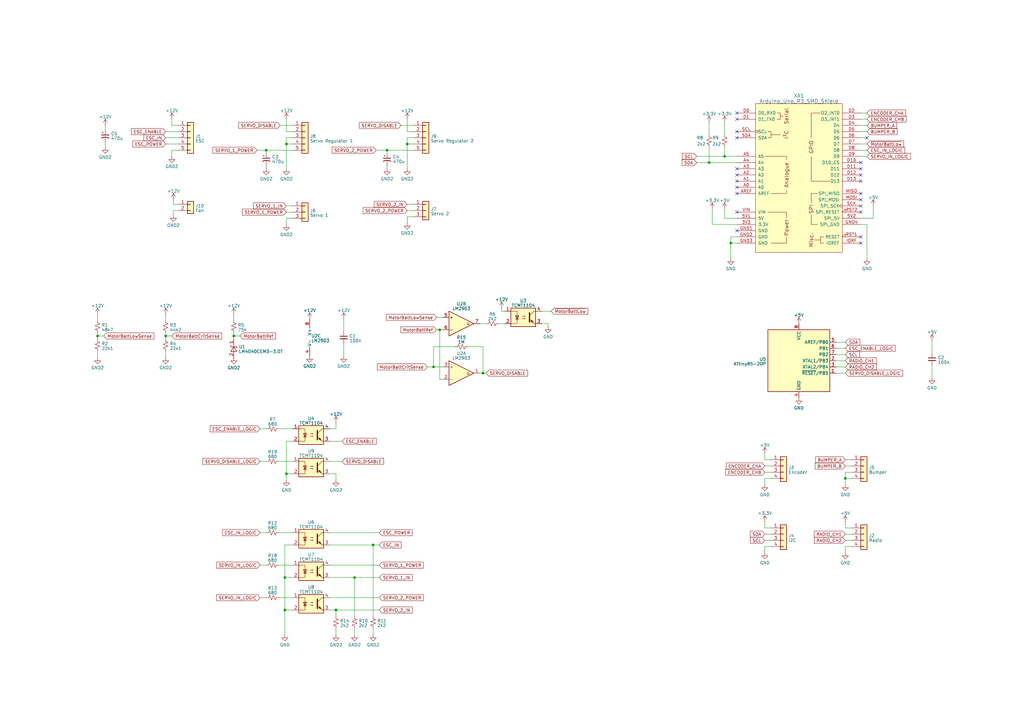
<source format=kicad_sch>
(kicad_sch (version 20230121) (generator eeschema)
  (paper "A3")
  (lib_symbols
    (symbol "Comparator:LM2903" (pin_names (offset 0.127))
      (property "Reference" "U" (at 3.81 3.81 0))
      (property "Value" "LM2903" (at 6.35 -3.81 0))
      (symbol "LM2903_1_1"
        (pin open_collector line (at 7.62 0 180) (length 2.54) (name "~") (number "1"))
        (pin input line (at -7.62 -2.54 0) (length 2.54) (name "-") (number "2"))
        (pin input line (at -7.62 2.54 0) (length 2.54) (name "+") (number "3"))
      )
      (symbol "LM2903_2_1"
        (pin input line (at -7.62 2.54 0) (length 2.54) (name "+") (number "5"))
        (pin input line (at -7.62 -2.54 0) (length 2.54) (name "-") (number "6"))
        (pin open_collector line (at 7.62 0 180) (length 2.54) (name "~") (number "7"))
      )
      (symbol "LM2903_3_1"
        (pin power_in line (at -2.54 -7.62 90) (length 3.81) (name "V-") (number "4"))
        (pin power_in line (at -2.54 7.62 270) (length 3.81) (name "V+") (number "8"))
      )
    )
    (symbol "Connector_Generic:Conn_01x02" (pin_names (offset 1.016) hide)
      (property "Reference" "J" (at 0 2.54 0))
      (property "Value" "Conn_01x02" (at 0 -5.08 0))
      (symbol "Conn_01x02_1_1"
        (pin passive line (at -5.08 0 0) (length 3.81) (name "Pin_1") (number "1"))
        (pin passive line (at -5.08 -2.54 0) (length 3.81) (name "Pin_2") (number "2"))
      )
    )
    (symbol "Connector_Generic:Conn_01x03" (pin_names (offset 1.016) hide)
      (property "Reference" "J" (at 0 5.08 0))
      (property "Value" "Conn_01x03" (at 0 -5.08 0))
      (symbol "Conn_01x03_1_1"
        (pin passive line (at -5.08 2.54 0) (length 3.81) (name "Pin_1") (number "1"))
        (pin passive line (at -5.08 0 0) (length 3.81) (name "Pin_2") (number "2"))
        (pin passive line (at -5.08 -2.54 0) (length 3.81) (name "Pin_3") (number "3"))
      )
    )
    (symbol "Connector_Generic:Conn_01x04" (pin_names (offset 1.016) hide)
      (property "Reference" "J" (at 0 5.08 0))
      (property "Value" "Conn_01x04" (at 0 -7.62 0))
      (symbol "Conn_01x04_1_1"
        (pin passive line (at -5.08 2.54 0) (length 3.81) (name "Pin_1") (number "1"))
        (pin passive line (at -5.08 0 0) (length 3.81) (name "Pin_2") (number "2"))
        (pin passive line (at -5.08 -2.54 0) (length 3.81) (name "Pin_3") (number "3"))
        (pin passive line (at -5.08 -5.08 0) (length 3.81) (name "Pin_4") (number "4"))
      )
    )
    (symbol "Connector_Generic:Conn_01x05" (pin_names (offset 1.016) hide)
      (property "Reference" "J" (at 0 7.62 0))
      (property "Value" "Conn_01x05" (at 0 -7.62 0))
      (symbol "Conn_01x05_1_1"
        (pin passive line (at -5.08 5.08 0) (length 3.81) (name "Pin_1") (number "1"))
        (pin passive line (at -5.08 2.54 0) (length 3.81) (name "Pin_2") (number "2"))
        (pin passive line (at -5.08 0 0) (length 3.81) (name "Pin_3") (number "3"))
        (pin passive line (at -5.08 -2.54 0) (length 3.81) (name "Pin_4") (number "4"))
        (pin passive line (at -5.08 -5.08 0) (length 3.81) (name "Pin_5") (number "5"))
      )
    )
    (symbol "Device:C_Polarized_Small_US" (pin_numbers hide) (pin_names (offset 0.254) hide)
      (property "Reference" "C" (at 0.254 1.778 0))
      (property "Value" "C_Polarized_Small_US" (at 0.254 -2.032 0))
      (symbol "C_Polarized_Small_US_1_1"
        (pin passive line (at 0 2.54 270) (length 2.032) (name "~") (number "1"))
        (pin passive line (at 0 -2.54 90) (length 2.032) (name "~") (number "2"))
      )
    )
    (symbol "Device:C_Small" (pin_numbers hide) (pin_names (offset 0.254) hide)
      (property "Reference" "C" (at 0.254 1.778 0))
      (property "Value" "C_Small" (at 0.254 -2.032 0))
      (symbol "C_Small_1_1"
        (pin passive line (at 0 2.54 270) (length 2.032) (name "~") (number "1"))
        (pin passive line (at 0 -2.54 90) (length 2.032) (name "~") (number "2"))
      )
    )
    (symbol "Device:R_Small_US" (pin_numbers hide) (pin_names (offset 0.254) hide)
      (property "Reference" "R" (at 0.762 0.508 0))
      (property "Value" "R_Small_US" (at 0.762 -1.016 0))
      (symbol "R_Small_US_1_1"
        (pin passive line (at 0 2.54 270) (length 1.016) (name "~") (number "1"))
        (pin passive line (at 0 -2.54 90) (length 1.016) (name "~") (number "2"))
      )
    )
    (symbol "Isolator:TCMT1104" (pin_names (offset 1.016))
      (property "Reference" "U" (at 0 5.08 0))
      (property "Value" "TCMT1104" (at 0 -5.08 0))
      (symbol "TCMT1104_1_1"
        (pin passive line (at -7.62 2.54 0) (length 2.54) (name "~") (number "1"))
        (pin passive line (at -7.62 -2.54 0) (length 2.54) (name "~") (number "2"))
        (pin passive line (at 7.62 -2.54 180) (length 2.54) (name "~") (number "3"))
        (pin passive line (at 7.62 2.54 180) (length 2.54) (name "~") (number "4"))
      )
    )
    (symbol "MCU_Microchip_ATtiny:ATtiny85-20P"
      (property "Reference" "U" (at -12.7 13.97 0))
      (property "Value" "ATtiny85-20P" (at 2.54 -13.97 0))
      (symbol "ATtiny85-20P_1_1"
        (pin bidirectional line (at 15.24 -5.08 180) (length 2.54) (name "~{RESET}/PB5") (number "1"))
        (pin bidirectional line (at 15.24 0 180) (length 2.54) (name "XTAL1/PB3") (number "2"))
        (pin bidirectional line (at 15.24 -2.54 180) (length 2.54) (name "XTAL2/PB4") (number "3"))
        (pin power_in line (at 0 -15.24 90) (length 2.54) (name "GND") (number "4"))
        (pin bidirectional line (at 15.24 7.62 180) (length 2.54) (name "AREF/PB0") (number "5"))
        (pin bidirectional line (at 15.24 5.08 180) (length 2.54) (name "PB1") (number "6"))
        (pin bidirectional line (at 15.24 2.54 180) (length 2.54) (name "PB2") (number "7"))
        (pin power_in line (at 0 15.24 270) (length 2.54) (name "VCC") (number "8"))
      )
    )
    (symbol "Parts:LM4040CEM3-3.0T" (pin_names (offset 0.0254) hide)
      (property "Reference" "U" (at 0 2.54 0))
      (property "Value" "LM4040CEM3-3.0T" (at 0 -3.175 0))
      (symbol "LM4040CEM3-3.0T_1_1"
        (pin passive line (at 3.81 0 180) (length 2.54) (name "K") (number "1"))
        (pin passive line (at -3.81 0 0) (length 2.54) (name "A") (number "2"))
      )
    )
    (symbol "arduino-libary:Arduino_Uno_R3_SMD_Shield" (pin_names (offset 1.016))
      (property "Reference" "XA" (at 0 36.83 0))
      (property "Value" "Arduino_Uno_R3_SMD_Shield" (at 0 33.02 0))
      (symbol "Arduino_Uno_R3_SMD_Shield_0_0"
        (text "Analogue" (at -5.08 1.27 900) (effects (font (size 1.524 1.524))))
        (text "I²C" (at -5.08 17.78 900) (effects (font (size 1.524 1.524))))
        (text "Misc." (at 5.08 -25.4 900) (effects (font (size 1.524 1.524))))
        (text "Power" (at -5.08 -20.32 900) (effects (font (size 1.524 1.524))))
        (text "Serial" (at -5.08 25.4 900) (effects (font (size 1.524 1.524))))
        (text "SPI" (at 5.08 -12.7 900) (effects (font (size 1.524 1.524))))
      )
      (symbol "Arduino_Uno_R3_SMD_Shield_1_0"
        (text "GPIO" (at 5.08 12.7 900) (effects (font (size 1.524 1.524))))
      )
      (symbol "Arduino_Uno_R3_SMD_Shield_1_1"
        (pin power_out line (at -25.4 -19.05 0) (length 7.62) (name "3.3V") (number "3V3"))
        (pin power_in line (at -25.4 -16.51 0) (length 7.62) (name "5V") (number "5V1"))
        (pin power_in line (at 25.4 -16.51 180) (length 7.62) (name "SPI_5V") (number "5V2"))
        (pin bidirectional line (at -25.4 -3.81 0) (length 7.62) (name "A0") (number "A0"))
        (pin bidirectional line (at -25.4 -1.27 0) (length 7.62) (name "A1") (number "A1"))
        (pin bidirectional line (at -25.4 1.27 0) (length 7.62) (name "A2") (number "A2"))
        (pin bidirectional line (at -25.4 3.81 0) (length 7.62) (name "A3") (number "A3"))
        (pin bidirectional line (at -25.4 6.35 0) (length 7.62) (name "A4") (number "A4"))
        (pin bidirectional line (at -25.4 8.89 0) (length 7.62) (name "A5") (number "A5"))
        (pin input line (at -25.4 -6.35 0) (length 7.62) (name "AREF") (number "AREF"))
        (pin bidirectional line (at -25.4 26.67 0) (length 7.62) (name "D0_RX0") (number "D0"))
        (pin bidirectional line (at -25.4 24.13 0) (length 7.62) (name "D1_TX0") (number "D1"))
        (pin bidirectional line (at 25.4 6.35 180) (length 7.62) (name "D10_CS") (number "D10"))
        (pin bidirectional line (at 25.4 3.81 180) (length 7.62) (name "D11") (number "D11"))
        (pin bidirectional line (at 25.4 1.27 180) (length 7.62) (name "D12") (number "D12"))
        (pin bidirectional line (at 25.4 -1.27 180) (length 7.62) (name "D13") (number "D13"))
        (pin bidirectional line (at 25.4 26.67 180) (length 7.62) (name "D2_INT0") (number "D2"))
        (pin bidirectional line (at 25.4 24.13 180) (length 7.62) (name "D3_INT1") (number "D3"))
        (pin bidirectional line (at 25.4 21.59 180) (length 7.62) (name "D4") (number "D4"))
        (pin bidirectional line (at 25.4 19.05 180) (length 7.62) (name "D5") (number "D5"))
        (pin bidirectional line (at 25.4 16.51 180) (length 7.62) (name "D6") (number "D6"))
        (pin bidirectional line (at 25.4 13.97 180) (length 7.62) (name "D7") (number "D7"))
        (pin bidirectional line (at 25.4 11.43 180) (length 7.62) (name "D8") (number "D8"))
        (pin bidirectional line (at 25.4 8.89 180) (length 7.62) (name "D9") (number "D9"))
        (pin power_in line (at -25.4 -21.59 0) (length 7.62) (name "GND") (number "GND1"))
        (pin power_in line (at -25.4 -24.13 0) (length 7.62) (name "GND") (number "GND2"))
        (pin power_in line (at -25.4 -26.67 0) (length 7.62) (name "GND") (number "GND3"))
        (pin power_in line (at 25.4 -19.05 180) (length 7.62) (name "SPI_GND") (number "GND4"))
        (pin output line (at 25.4 -26.67 180) (length 7.62) (name "IOREF") (number "IORF"))
        (pin input line (at 25.4 -6.35 180) (length 7.62) (name "SPI_MISO") (number "MISO"))
        (pin output line (at 25.4 -8.89 180) (length 7.62) (name "SPI_MOSI") (number "MOSI"))
        (pin open_collector input_low (at 25.4 -24.13 180) (length 7.62) (name "RESET") (number "RST1"))
        (pin open_collector input_low (at 25.4 -13.97 180) (length 7.62) (name "SPI_RESET") (number "RST2"))
        (pin output clock (at 25.4 -11.43 180) (length 7.62) (name "SPI_SCK") (number "SCK"))
        (pin bidirectional clock (at -25.4 19.05 0) (length 7.62) (name "SCL") (number "SCL"))
        (pin bidirectional line (at -25.4 16.51 0) (length 7.62) (name "SDA") (number "SDA"))
        (pin power_in line (at -25.4 -13.97 0) (length 7.62) (name "VIN") (number "VIN"))
      )
    )
    (symbol "power:+12V" (power) (pin_names (offset 0))
      (property "Value" "+12V" (at 0 3.556 0))
      (symbol "+12V_1_1"
        (pin power_in line (at 0 0 90) (length 0) hide (name "+12V") (number "1"))
      )
    )
    (symbol "power:+3.3V" (power) (pin_names (offset 0))
      (property "Value" "+3.3V" (at 0 3.556 0))
      (symbol "+3.3V_1_1"
        (pin power_in line (at 0 0 90) (length 0) hide (name "+3.3V") (number "1"))
      )
    )
    (symbol "power:+5V" (power) (pin_names (offset 0))
      (property "Value" "+5V" (at 0 3.556 0))
      (symbol "+5V_1_1"
        (pin power_in line (at 0 0 90) (length 0) hide (name "+5V") (number "1"))
      )
    )
    (symbol "power:GND" (power) (pin_names (offset 0))
      (property "Value" "GND" (at 0 -3.81 0))
      (symbol "GND_1_1"
        (pin power_in line (at 0 0 270) (length 0) hide (name "GND") (number "1"))
      )
    )
    (symbol "power:GND2" (power) (pin_names (offset 0))
      (property "Value" "GND2" (at 0 -3.81 0))
      (symbol "GND2_1_1"
        (pin power_in line (at 0 0 270) (length 0) hide (name "GND2") (number "1"))
      )
    )
  )
  (junction (at 117.475 194.31))
  (junction (at 116.84 236.855))
  (junction (at 137.795 250.19))
  (junction (at 67.945 137.795))
  (junction (at 346.71 196.215))
  (junction (at 158.75 61.595))
  (junction (at 116.84 250.19))
  (junction (at 117.475 59.055))
  (junction (at 198.12 153.035))
  (junction (at 145.415 236.855))
  (junction (at 297.18 64.135))
  (junction (at 290.83 66.675))
  (junction (at 153.035 223.52))
  (junction (at 180.34 135.255))
  (junction (at 299.72 99.695))
  (junction (at 177.8 150.495))
  (junction (at 95.885 137.795))
  (junction (at 109.22 61.595))
  (junction (at 40.005 137.795))
  (junction (at 167.005 59.055))
  (no_connect (at 353.06 99.695))
  (no_connect (at 302.26 69.215))
  (no_connect (at 353.06 74.295))
  (no_connect (at 355.6 56.515))
  (no_connect (at 353.06 97.155))
  (no_connect (at 302.26 56.515))
  (no_connect (at 353.06 79.375))
  (no_connect (at 302.26 46.355))
  (no_connect (at 302.26 94.615))
  (no_connect (at 353.06 84.455))
  (no_connect (at 353.06 86.995))
  (no_connect (at 302.26 76.835))
  (no_connect (at 302.26 86.995))
  (no_connect (at 302.26 48.895))
  (no_connect (at 353.06 69.215))
  (no_connect (at 302.26 74.295))
  (no_connect (at 302.26 71.755))
  (no_connect (at 302.26 79.375))
  (no_connect (at 353.06 66.675))
  (no_connect (at 302.26 53.975))
  (no_connect (at 353.06 81.915))
  (no_connect (at 353.06 71.755))
  (wire (pts (xy 353.06 56.515) (xy 355.6 56.515)))
  (wire (pts (xy 382.27 149.86) (xy 382.27 154.94)))
  (wire (pts (xy 137.795 250.19) (xy 155.575 250.19)))
  (wire (pts (xy 353.06 92.075) (xy 355.6 92.075)))
  (wire (pts (xy 313.69 216.535) (xy 313.69 213.995)))
  (wire (pts (xy 71.12 86.36) (xy 71.12 88.265)))
  (wire (pts (xy 302.26 89.535) (xy 297.18 89.535)))
  (wire (pts (xy 342.9 145.415) (xy 346.71 145.415)))
  (wire (pts (xy 299.72 99.695) (xy 302.26 99.695)))
  (wire (pts (xy 71.12 83.82) (xy 73.025 83.82)))
  (wire (pts (xy 382.27 139.7) (xy 382.27 144.78)))
  (wire (pts (xy 117.475 89.535) (xy 117.475 92.075)))
  (wire (pts (xy 164.465 51.435) (xy 169.545 51.435)))
  (wire (pts (xy 353.06 89.535) (xy 358.14 89.535)))
  (wire (pts (xy 40.005 136.525) (xy 40.005 137.795)))
  (wire (pts (xy 158.75 61.595) (xy 158.75 62.865)))
  (wire (pts (xy 135.255 218.44) (xy 155.575 218.44)))
  (wire (pts (xy 346.71 224.155) (xy 346.71 226.695)))
  (wire (pts (xy 198.12 153.035) (xy 198.12 142.24)))
  (wire (pts (xy 346.71 196.215) (xy 349.25 196.215)))
  (wire (pts (xy 114.935 51.435) (xy 120.015 51.435)))
  (wire (pts (xy 95.885 136.525) (xy 95.885 137.795)))
  (wire (pts (xy 353.06 51.435) (xy 355.6 51.435)))
  (wire (pts (xy 117.475 56.515) (xy 117.475 59.055)))
  (wire (pts (xy 135.255 175.895) (xy 137.795 175.895)))
  (wire (pts (xy 167.005 59.055) (xy 169.545 59.055)))
  (wire (pts (xy 349.25 193.675) (xy 346.71 193.675)))
  (wire (pts (xy 169.545 88.9) (xy 167.005 88.9)))
  (wire (pts (xy 297.18 85.725) (xy 297.18 89.535)))
  (wire (pts (xy 137.795 173.355) (xy 137.795 175.895)))
  (wire (pts (xy 145.415 236.855) (xy 155.575 236.855)))
  (wire (pts (xy 297.18 64.135) (xy 302.26 64.135)))
  (wire (pts (xy 167.005 48.895) (xy 167.005 53.975)))
  (wire (pts (xy 153.035 257.81) (xy 153.035 260.35)))
  (wire (pts (xy 120.015 56.515) (xy 117.475 56.515)))
  (wire (pts (xy 198.12 153.035) (xy 199.39 153.035)))
  (wire (pts (xy 114.3 218.44) (xy 120.015 218.44)))
  (wire (pts (xy 67.945 137.795) (xy 70.485 137.795)))
  (wire (pts (xy 196.85 132.715) (xy 199.39 132.715)))
  (wire (pts (xy 297.18 60.325) (xy 297.18 64.135)))
  (wire (pts (xy 313.69 226.695) (xy 313.69 224.155)))
  (wire (pts (xy 140.97 140.97) (xy 140.97 146.05)))
  (wire (pts (xy 346.71 193.675) (xy 346.71 196.215)))
  (wire (pts (xy 135.255 250.19) (xy 137.795 250.19)))
  (wire (pts (xy 120.015 89.535) (xy 117.475 89.535)))
  (wire (pts (xy 114.3 231.775) (xy 120.015 231.775)))
  (wire (pts (xy 353.06 46.355) (xy 355.6 46.355)))
  (wire (pts (xy 299.72 99.695) (xy 299.72 106.045)))
  (wire (pts (xy 222.25 127.635) (xy 226.06 127.635)))
  (wire (pts (xy 346.71 219.075) (xy 349.25 219.075)))
  (wire (pts (xy 117.475 86.995) (xy 120.015 86.995)))
  (wire (pts (xy 353.06 64.135) (xy 355.6 64.135)))
  (wire (pts (xy 358.14 84.455) (xy 358.14 89.535)))
  (wire (pts (xy 297.18 50.165) (xy 297.18 55.245)))
  (wire (pts (xy 204.47 132.715) (xy 207.01 132.715)))
  (wire (pts (xy 95.885 137.795) (xy 98.425 137.795)))
  (wire (pts (xy 292.1 92.075) (xy 302.26 92.075)))
  (wire (pts (xy 353.06 61.595) (xy 355.6 61.595)))
  (wire (pts (xy 67.945 56.515) (xy 73.025 56.515)))
  (wire (pts (xy 169.545 56.515) (xy 167.005 56.515)))
  (wire (pts (xy 95.885 128.905) (xy 95.885 131.445)))
  (wire (pts (xy 179.07 135.255) (xy 180.34 135.255)))
  (wire (pts (xy 67.945 144.145) (xy 67.945 146.685)))
  (wire (pts (xy 177.8 150.495) (xy 181.61 150.495)))
  (wire (pts (xy 116.84 236.855) (xy 116.84 250.19)))
  (wire (pts (xy 299.72 97.155) (xy 299.72 99.695)))
  (wire (pts (xy 313.69 221.615) (xy 316.23 221.615)))
  (wire (pts (xy 313.69 219.075) (xy 316.23 219.075)))
  (wire (pts (xy 299.72 97.155) (xy 302.26 97.155)))
  (wire (pts (xy 313.69 188.595) (xy 313.69 186.055)))
  (wire (pts (xy 137.795 250.19) (xy 137.795 252.73)))
  (wire (pts (xy 116.84 223.52) (xy 116.84 236.855)))
  (wire (pts (xy 40.005 137.795) (xy 40.005 139.065)))
  (wire (pts (xy 114.3 175.895) (xy 120.015 175.895)))
  (wire (pts (xy 120.015 53.975) (xy 117.475 53.975)))
  (wire (pts (xy 313.69 224.155) (xy 316.23 224.155)))
  (wire (pts (xy 353.06 59.055) (xy 355.6 59.055)))
  (wire (pts (xy 179.07 130.175) (xy 181.61 130.175)))
  (wire (pts (xy 167.005 88.9) (xy 167.005 91.44)))
  (wire (pts (xy 116.84 236.855) (xy 120.015 236.855)))
  (wire (pts (xy 120.015 180.975) (xy 117.475 180.975)))
  (wire (pts (xy 137.795 257.81) (xy 137.795 260.35)))
  (wire (pts (xy 114.3 245.11) (xy 120.015 245.11)))
  (wire (pts (xy 167.005 86.36) (xy 169.545 86.36)))
  (wire (pts (xy 116.84 250.19) (xy 120.015 250.19)))
  (wire (pts (xy 224.79 132.715) (xy 224.79 133.985)))
  (wire (pts (xy 140.97 130.81) (xy 140.97 135.89)))
  (wire (pts (xy 167.005 56.515) (xy 167.005 59.055)))
  (wire (pts (xy 346.71 188.595) (xy 349.25 188.595)))
  (wire (pts (xy 67.945 128.905) (xy 67.945 131.445)))
  (wire (pts (xy 116.84 223.52) (xy 120.015 223.52)))
  (wire (pts (xy 40.005 137.795) (xy 42.545 137.795)))
  (wire (pts (xy 158.75 61.595) (xy 169.545 61.595)))
  (wire (pts (xy 349.25 216.535) (xy 346.71 216.535)))
  (wire (pts (xy 285.75 66.675) (xy 290.83 66.675)))
  (wire (pts (xy 106.68 245.11) (xy 109.22 245.11)))
  (wire (pts (xy 117.475 84.455) (xy 120.015 84.455)))
  (wire (pts (xy 135.255 231.775) (xy 155.575 231.775)))
  (wire (pts (xy 109.22 67.945) (xy 109.22 69.215)))
  (wire (pts (xy 135.255 194.31) (xy 137.795 194.31)))
  (wire (pts (xy 135.255 189.23) (xy 140.335 189.23)))
  (wire (pts (xy 180.34 155.575) (xy 181.61 155.575)))
  (wire (pts (xy 292.1 85.725) (xy 292.1 92.075)))
  (wire (pts (xy 313.69 193.675) (xy 316.23 193.675)))
  (wire (pts (xy 114.3 189.23) (xy 120.015 189.23)))
  (wire (pts (xy 43.18 51.435) (xy 43.18 53.34)))
  (wire (pts (xy 355.6 92.075) (xy 355.6 106.045)))
  (wire (pts (xy 313.69 198.755) (xy 313.69 196.215)))
  (wire (pts (xy 109.22 61.595) (xy 120.015 61.595)))
  (wire (pts (xy 313.69 191.135) (xy 316.23 191.135)))
  (wire (pts (xy 109.22 61.595) (xy 109.22 62.865)))
  (wire (pts (xy 73.025 51.435) (xy 70.485 51.435)))
  (wire (pts (xy 135.255 245.11) (xy 155.575 245.11)))
  (wire (pts (xy 43.18 58.42) (xy 43.18 60.325)))
  (wire (pts (xy 181.61 135.255) (xy 180.34 135.255)))
  (wire (pts (xy 346.71 221.615) (xy 349.25 221.615)))
  (wire (pts (xy 349.25 224.155) (xy 346.71 224.155)))
  (wire (pts (xy 40.005 144.145) (xy 40.005 146.685)))
  (wire (pts (xy 196.85 153.035) (xy 198.12 153.035)))
  (wire (pts (xy 290.83 60.325) (xy 290.83 66.675)))
  (wire (pts (xy 154.305 61.595) (xy 158.75 61.595)))
  (wire (pts (xy 186.69 142.24) (xy 177.8 142.24)))
  (wire (pts (xy 198.12 142.24) (xy 191.77 142.24)))
  (wire (pts (xy 67.945 53.975) (xy 73.025 53.975)))
  (wire (pts (xy 117.475 194.31) (xy 117.475 196.85)))
  (wire (pts (xy 153.035 223.52) (xy 155.575 223.52)))
  (wire (pts (xy 346.71 198.755) (xy 346.71 196.215)))
  (wire (pts (xy 117.475 59.055) (xy 120.015 59.055)))
  (wire (pts (xy 158.75 67.945) (xy 158.75 69.215)))
  (wire (pts (xy 285.75 64.135) (xy 297.18 64.135)))
  (wire (pts (xy 316.23 188.595) (xy 313.69 188.595)))
  (wire (pts (xy 117.475 59.055) (xy 117.475 69.215)))
  (wire (pts (xy 106.68 231.775) (xy 109.22 231.775)))
  (wire (pts (xy 342.9 142.875) (xy 346.71 142.875)))
  (wire (pts (xy 145.415 257.81) (xy 145.415 260.35)))
  (wire (pts (xy 205.74 126.365) (xy 205.74 127.635)))
  (wire (pts (xy 70.485 61.595) (xy 70.485 64.135)))
  (wire (pts (xy 67.945 59.055) (xy 73.025 59.055)))
  (wire (pts (xy 353.06 48.895) (xy 355.6 48.895)))
  (wire (pts (xy 342.9 150.495) (xy 346.71 150.495)))
  (wire (pts (xy 106.68 175.895) (xy 109.22 175.895)))
  (wire (pts (xy 73.025 61.595) (xy 70.485 61.595)))
  (wire (pts (xy 135.255 180.975) (xy 140.335 180.975)))
  (wire (pts (xy 346.71 191.135) (xy 349.25 191.135)))
  (wire (pts (xy 135.255 223.52) (xy 153.035 223.52)))
  (wire (pts (xy 116.84 250.19) (xy 116.84 260.35)))
  (wire (pts (xy 346.71 216.535) (xy 346.71 213.995)))
  (wire (pts (xy 135.255 236.855) (xy 145.415 236.855)))
  (wire (pts (xy 169.545 53.975) (xy 167.005 53.975)))
  (wire (pts (xy 145.415 236.855) (xy 145.415 252.73)))
  (wire (pts (xy 290.83 50.165) (xy 290.83 55.245)))
  (wire (pts (xy 167.005 59.055) (xy 167.005 69.215)))
  (wire (pts (xy 67.945 136.525) (xy 67.945 137.795)))
  (wire (pts (xy 205.74 127.635) (xy 207.01 127.635)))
  (wire (pts (xy 316.23 216.535) (xy 313.69 216.535)))
  (wire (pts (xy 175.26 150.495) (xy 177.8 150.495)))
  (wire (pts (xy 342.9 153.035) (xy 346.71 153.035)))
  (wire (pts (xy 180.34 135.255) (xy 180.34 155.575)))
  (wire (pts (xy 73.025 86.36) (xy 71.12 86.36)))
  (wire (pts (xy 177.8 142.24) (xy 177.8 150.495)))
  (wire (pts (xy 70.485 48.895) (xy 70.485 51.435)))
  (wire (pts (xy 137.795 194.31) (xy 137.795 196.85)))
  (wire (pts (xy 117.475 48.895) (xy 117.475 53.975)))
  (wire (pts (xy 167.005 83.82) (xy 169.545 83.82)))
  (wire (pts (xy 342.9 140.335) (xy 346.71 140.335)))
  (wire (pts (xy 342.9 147.955) (xy 346.71 147.955)))
  (wire (pts (xy 153.035 223.52) (xy 153.035 252.73)))
  (wire (pts (xy 353.06 53.975) (xy 355.6 53.975)))
  (wire (pts (xy 290.83 66.675) (xy 302.26 66.675)))
  (wire (pts (xy 313.69 196.215) (xy 316.23 196.215)))
  (wire (pts (xy 106.68 218.44) (xy 109.22 218.44)))
  (wire (pts (xy 95.885 137.795) (xy 95.885 139.065)))
  (wire (pts (xy 222.25 132.715) (xy 224.79 132.715)))
  (wire (pts (xy 71.12 81.915) (xy 71.12 83.82)))
  (wire (pts (xy 105.41 61.595) (xy 109.22 61.595)))
  (wire (pts (xy 117.475 180.975) (xy 117.475 194.31)))
  (wire (pts (xy 40.005 128.905) (xy 40.005 131.445)))
  (wire (pts (xy 117.475 194.31) (xy 120.015 194.31)))
  (wire (pts (xy 106.68 189.23) (xy 109.22 189.23)))
  (wire (pts (xy 67.945 137.795) (xy 67.945 139.065)))
  (global_label "SERVO_DISABLE_LOGIC" (shape input) (at 346.71 153.035 0) (property "Intersheetrefs" "${INTERSHEET_REFS}" (effects hide)))
  (global_label "SERVO_1_POWER" (shape input) (at 105.41 61.595 180) (property "Intersheetrefs" "${INTERSHEET_REFS}" (effects hide)))
  (global_label "RADIO_CH2" (shape input) (at 346.71 150.495 0) (property "Intersheetrefs" "${INTERSHEET_REFS}" (effects hide)))
  (global_label "~{MotorBattLow}" (shape input) (at 355.6 59.055 0) (property "Intersheetrefs" "${INTERSHEET_REFS}" (effects hide)))
  (global_label "ESC_POWER" (shape input) (at 155.575 218.44 0) (property "Intersheetrefs" "${INTERSHEET_REFS}" (effects hide)))
  (global_label "SERVO_2_POWER" (shape input) (at 167.005 86.36 180) (property "Intersheetrefs" "${INTERSHEET_REFS}" (effects hide)))
  (global_label "ESC_POWER" (shape input) (at 67.945 59.055 180) (property "Intersheetrefs" "${INTERSHEET_REFS}" (effects hide)))
  (global_label "SERVO_DISABLE" (shape input) (at 114.935 51.435 180) (property "Intersheetrefs" "${INTERSHEET_REFS}" (effects hide)))
  (global_label "ENCODER_CHB" (shape input) (at 313.69 193.675 180) (property "Intersheetrefs" "${INTERSHEET_REFS}" (effects hide)))
  (global_label "ENCODER_CHA" (shape input) (at 313.69 191.135 180) (property "Intersheetrefs" "${INTERSHEET_REFS}" (effects hide)))
  (global_label "SDA" (shape input) (at 346.71 140.335 0) (property "Intersheetrefs" "${INTERSHEET_REFS}" (effects hide)))
  (global_label "SERVO_2_POWER" (shape input) (at 155.575 245.11 0) (property "Intersheetrefs" "${INTERSHEET_REFS}" (effects hide)))
  (global_label "ESC_ENABLE" (shape input) (at 67.945 53.975 180) (property "Intersheetrefs" "${INTERSHEET_REFS}" (effects hide)))
  (global_label "SERVO_DISABLE_LOGIC" (shape input) (at 106.68 189.23 180) (property "Intersheetrefs" "${INTERSHEET_REFS}" (effects hide)))
  (global_label "SERVO_2_POWER" (shape input) (at 154.305 61.595 180) (property "Intersheetrefs" "${INTERSHEET_REFS}" (effects hide)))
  (global_label "SERVO_2_IN" (shape input) (at 155.575 250.19 0) (property "Intersheetrefs" "${INTERSHEET_REFS}" (effects hide)))
  (global_label "SCL" (shape input) (at 313.69 221.615 180) (property "Intersheetrefs" "${INTERSHEET_REFS}" (effects hide)))
  (global_label "~{MotorBattLow}" (shape input) (at 226.06 127.635 0) (property "Intersheetrefs" "${INTERSHEET_REFS}" (effects hide)))
  (global_label "RADIO_CH1" (shape input) (at 346.71 219.075 180) (property "Intersheetrefs" "${INTERSHEET_REFS}" (effects hide)))
  (global_label "ESC_IN_LOGIC" (shape input) (at 355.6 61.595 0) (property "Intersheetrefs" "${INTERSHEET_REFS}" (effects hide)))
  (global_label "SERVO_2_IN" (shape input) (at 167.005 83.82 180) (property "Intersheetrefs" "${INTERSHEET_REFS}" (effects hide)))
  (global_label "SERVO_IN_LOGIC" (shape input) (at 106.68 245.11 180) (property "Intersheetrefs" "${INTERSHEET_REFS}" (effects hide)))
  (global_label "ESC_ENABLE_LOGIC" (shape input) (at 106.68 175.895 180) (property "Intersheetrefs" "${INTERSHEET_REFS}" (effects hide)))
  (global_label "MotorBattLowSense" (shape input) (at 42.545 137.795 0) (property "Intersheetrefs" "${INTERSHEET_REFS}" (effects hide)))
  (global_label "SDA" (shape input) (at 285.75 66.675 180) (property "Intersheetrefs" "${INTERSHEET_REFS}" (effects hide)))
  (global_label "SERVO_DISABLE" (shape input) (at 164.465 51.435 180) (property "Intersheetrefs" "${INTERSHEET_REFS}" (effects hide)))
  (global_label "SERVO_1_IN" (shape input) (at 155.575 236.855 0) (property "Intersheetrefs" "${INTERSHEET_REFS}" (effects hide)))
  (global_label "BUMPER_A" (shape input) (at 346.71 188.595 180) (property "Intersheetrefs" "${INTERSHEET_REFS}" (effects hide)))
  (global_label "ESC_ENABLE_LOGIC" (shape input) (at 346.71 142.875 0) (property "Intersheetrefs" "${INTERSHEET_REFS}" (effects hide)))
  (global_label "BUMPER_B" (shape input) (at 346.71 191.135 180) (property "Intersheetrefs" "${INTERSHEET_REFS}" (effects hide)))
  (global_label "ESC_IN" (shape input) (at 67.945 56.515 180) (property "Intersheetrefs" "${INTERSHEET_REFS}" (effects hide)))
  (global_label "ESC_ENABLE" (shape input) (at 140.335 180.975 0) (property "Intersheetrefs" "${INTERSHEET_REFS}" (effects hide)))
  (global_label "BUMPER_A" (shape input) (at 355.6 51.435 0) (property "Intersheetrefs" "${INTERSHEET_REFS}" (effects hide)))
  (global_label "SERVO_1_IN" (shape input) (at 117.475 84.455 180) (property "Intersheetrefs" "${INTERSHEET_REFS}" (effects hide)))
  (global_label "ESC_IN_LOGIC" (shape input) (at 106.68 218.44 180) (property "Intersheetrefs" "${INTERSHEET_REFS}" (effects hide)))
  (global_label "ENCODER_CHB" (shape input) (at 355.6 48.895 0) (property "Intersheetrefs" "${INTERSHEET_REFS}" (effects hide)))
  (global_label "ENCODER_CHA" (shape input) (at 355.6 46.355 0) (property "Intersheetrefs" "${INTERSHEET_REFS}" (effects hide)))
  (global_label "SCL" (shape input) (at 285.75 64.135 180) (property "Intersheetrefs" "${INTERSHEET_REFS}" (effects hide)))
  (global_label "SERVO_IN_LOGIC" (shape input) (at 106.68 231.775 180) (property "Intersheetrefs" "${INTERSHEET_REFS}" (effects hide)))
  (global_label "SERVO_DISABLE" (shape input) (at 140.335 189.23 0) (property "Intersheetrefs" "${INTERSHEET_REFS}" (effects hide)))
  (global_label "MotorBattLowSense" (shape input) (at 179.07 130.175 180) (property "Intersheetrefs" "${INTERSHEET_REFS}" (effects hide)))
  (global_label "SDA" (shape input) (at 313.69 219.075 180) (property "Intersheetrefs" "${INTERSHEET_REFS}" (effects hide)))
  (global_label "MotorBattRef" (shape input) (at 179.07 135.255 180) (property "Intersheetrefs" "${INTERSHEET_REFS}" (effects hide)))
  (global_label "RADIO_CH2" (shape input) (at 346.71 221.615 180) (property "Intersheetrefs" "${INTERSHEET_REFS}" (effects hide)))
  (global_label "SCL" (shape input) (at 346.71 145.415 0) (property "Intersheetrefs" "${INTERSHEET_REFS}" (effects hide)))
  (global_label "BUMPER_B" (shape input) (at 355.6 53.975 0) (property "Intersheetrefs" "${INTERSHEET_REFS}" (effects hide)))
  (global_label "SERVO_IN_LOGIC" (shape input) (at 355.6 64.135 0) (property "Intersheetrefs" "${INTERSHEET_REFS}" (effects hide)))
  (global_label "SERVO_1_POWER" (shape input) (at 155.575 231.775 0) (property "Intersheetrefs" "${INTERSHEET_REFS}" (effects hide)))
  (global_label "SERVO_1_POWER" (shape input) (at 117.475 86.995 180) (property "Intersheetrefs" "${INTERSHEET_REFS}" (effects hide)))
  (global_label "ESC_IN" (shape input) (at 155.575 223.52 0) (property "Intersheetrefs" "${INTERSHEET_REFS}" (effects hide)))
  (global_label "MotorBattCritSense" (shape input) (at 175.26 150.495 180) (property "Intersheetrefs" "${INTERSHEET_REFS}" (effects hide)))
  (global_label "SERVO_DISABLE" (shape input) (at 199.39 153.035 0) (property "Intersheetrefs" "${INTERSHEET_REFS}" (effects hide)))
  (global_label "RADIO_CH1" (shape input) (at 346.71 147.955 0) (property "Intersheetrefs" "${INTERSHEET_REFS}" (effects hide)))
  (global_label "MotorBattRef" (shape input) (at 98.425 137.795 0) (property "Intersheetrefs" "${INTERSHEET_REFS}" (effects hide)))
  (global_label "MotorBattCritSense" (shape input) (at 70.485 137.795 0) (property "Intersheetrefs" "${INTERSHEET_REFS}" (effects hide)))
  (symbol (lib_id "power:GND") (at 116.84 260.35 0) (unit 1)
    (property "Reference" "#PWR028" (effects hide))
    (property "Value" "GND" (at 116.84 264.4855 0))
  )
  (symbol (lib_id "Device:R_Small_US") (at 111.76 245.11 90) (unit 1)
    (property "Reference" "R13" (at 111.76 241.2111 90))
    (property "Value" "680" (at 111.76 243.1321 90))
    (property "Footprint" "Resistor_SMD:R_0603_1608Metric_Pad0.98x0.95mm_HandSolder" (effects hide))
  )
  (symbol (lib_id "Connector_Generic:Conn_01x05") (at 174.625 56.515 0) (unit 1)
    (property "Reference" "J9" (at 176.657 55.8713 0) (effects (justify left)))
    (property "Value" "Servo Regulator 2" (at 176.657 57.7923 0) (effects (justify left)))
    (property "Footprint" "Connector_PinHeader_2.54mm:PinHeader_1x05_P2.54mm_Vertical" (effects hide))
  )
  (symbol (lib_id "Device:C_Small") (at 140.97 138.43 0) (unit 1)
    (property "Reference" "C1" (at 143.2941 137.7926 0) (effects (justify left)))
    (property "Value" "100n" (at 143.2941 139.7136 0) (effects (justify left)))
    (property "Footprint" "Capacitor_SMD:C_0603_1608Metric_Pad1.08x0.95mm_HandSolder" (effects hide))
  )
  (symbol (lib_id "Connector_Generic:Conn_01x04") (at 321.31 219.075 0) (unit 1)
    (property "Reference" "J4" (at 323.342 219.7013 0) (effects (justify left)))
    (property "Value" "I2C" (at 323.342 221.6223 0) (effects (justify left)))
    (property "Footprint" "Connector_JST:JST_PH_B4B-PH-K_1x04_P2.00mm_Vertical" (effects hide))
  )
  (symbol (lib_id "Device:R_Small_US") (at 290.83 57.785 0) (unit 1)
    (property "Reference" "R8" (at 285.75 56.515 0) (effects (justify left)))
    (property "Value" "2k2" (at 285.75 59.055 0) (effects (justify left)))
    (property "Footprint" "Resistor_SMD:R_0603_1608Metric_Pad0.98x0.95mm_HandSolder" (effects hide))
  )
  (symbol (lib_id "power:GND2") (at 40.005 146.685 0) (unit 1)
    (property "Reference" "#PWR013" (effects hide))
    (property "Value" "GND2" (at 40.005 150.8205 0))
  )
  (symbol (lib_id "power:+3.3V") (at 297.18 50.165 0) (unit 1)
    (property "Reference" "#PWR026" (effects hide))
    (property "Value" "+3.3V" (at 297.18 46.6631 0))
  )
  (symbol (lib_id "power:+5V") (at 358.14 84.455 0) (unit 1)
    (property "Reference" "#PWR040" (effects hide))
    (property "Value" "+5V" (at 358.14 80.9531 0))
  )
  (symbol (lib_id "Device:R_Small_US") (at 67.945 141.605 0) (unit 1)
    (property "Reference" "R4" (at 69.596 140.9613 0) (effects (justify left)))
    (property "Value" "22k1" (at 69.596 142.8823 0) (effects (justify left)))
    (property "Footprint" "Resistor_SMD:R_0603_1608Metric_Pad0.98x0.95mm_HandSolder" (effects hide))
  )
  (symbol (lib_id "power:GND2") (at 70.485 64.135 0) (unit 1)
    (property "Reference" "#PWR010" (effects hide))
    (property "Value" "GND2" (at 70.485 68.2705 0))
  )
  (symbol (lib_id "Connector_Generic:Conn_01x02") (at 78.105 83.82 0) (unit 1)
    (property "Reference" "J10" (at 80.137 84.4463 0) (effects (justify left)))
    (property "Value" "Fan" (at 80.137 86.3673 0) (effects (justify left)))
    (property "Footprint" "Connector_JST:JST_PH_B2B-PH-K_1x02_P2.00mm_Vertical" (effects hide))
  )
  (symbol (lib_id "power:GND") (at 382.27 154.94 0) (unit 1)
    (property "Reference" "#PWR036" (effects hide))
    (property "Value" "GND" (at 382.27 159.0755 0))
  )
  (symbol (lib_id "power:GND") (at 224.79 133.985 0) (unit 1)
    (property "Reference" "#PWR012" (effects hide))
    (property "Value" "GND" (at 224.79 138.1205 0))
  )
  (symbol (lib_id "power:GND2") (at 117.475 69.215 0) (unit 1)
    (property "Reference" "#PWR031" (effects hide))
    (property "Value" "GND2" (at 117.475 73.3505 0))
  )
  (symbol (lib_id "Device:R_Small_US") (at 95.885 133.985 0) (unit 1)
    (property "Reference" "R5" (at 97.536 133.3413 0) (effects (justify left)))
    (property "Value" "75k" (at 97.536 135.2623 0) (effects (justify left)))
    (property "Footprint" "Resistor_SMD:R_0603_1608Metric_Pad0.98x0.95mm_HandSolder" (effects hide))
  )
  (symbol (lib_id "Device:R_Small_US") (at 111.76 218.44 90) (unit 1)
    (property "Reference" "R12" (at 111.76 214.5411 90))
    (property "Value" "680" (at 111.76 216.4621 90))
    (property "Footprint" "Resistor_SMD:R_0603_1608Metric_Pad0.98x0.95mm_HandSolder" (effects hide))
  )
  (symbol (lib_id "Comparator:LM2903") (at 129.54 138.43 0) (unit 3)
    (property "Reference" "U2" (at 127.635 137.7863 0) (effects (justify left)))
    (property "Value" "LM2903" (at 127.635 139.7073 0) (effects (justify left)))
    (property "Footprint" "Package_SO:TSSOP-8_4.4x3mm_P0.65mm" (effects hide))
    (property "Datasheet" "http://www.ti.com/lit/ds/symlink/lm393.pdf" (effects hide))
  )
  (symbol (lib_id "power:GND") (at 299.72 106.045 0) (unit 1)
    (property "Reference" "#PWR023" (effects hide))
    (property "Value" "GND" (at 299.72 110.1805 0))
  )
  (symbol (lib_id "Comparator:LM2903") (at 189.23 132.715 0) (unit 2)
    (property "Reference" "U2" (at 189.23 124.6251 0))
    (property "Value" "LM2903" (at 189.23 126.5461 0))
    (property "Footprint" "Package_SO:TSSOP-8_4.4x3mm_P0.65mm" (effects hide))
    (property "Datasheet" "http://www.ti.com/lit/ds/symlink/lm393.pdf" (effects hide))
  )
  (symbol (lib_id "power:GND2") (at 127 146.05 0) (unit 1)
    (property "Reference" "#PWR08" (effects hide))
    (property "Value" "GND2" (at 127 150.1855 0))
  )
  (symbol (lib_id "Device:R_Small_US") (at 153.035 255.27 0) (unit 1)
    (property "Reference" "R11" (at 154.686 254.6263 0) (effects (justify left)))
    (property "Value" "2k2" (at 154.686 256.5473 0) (effects (justify left)))
    (property "Footprint" "Resistor_SMD:R_0603_1608Metric_Pad0.98x0.95mm_HandSolder" (effects hide))
  )
  (symbol (lib_id "power:GND") (at 355.6 106.045 0) (unit 1)
    (property "Reference" "#PWR024" (effects hide))
    (property "Value" "GND" (at 355.6 110.1805 0))
  )
  (symbol (lib_id "MCU_Microchip_ATtiny:ATtiny85-20P") (at 327.66 147.955 0) (unit 1)
    (property "Reference" "U5" (at 314.1981 147.3113 0) (effects (justify right)))
    (property "Value" "ATtiny85-20P" (at 314.1981 149.2323 0) (effects (justify right)))
    (property "Footprint" "Package_DIP:DIP-8_W7.62mm" (effects hide))
    (property "Datasheet" "http://ww1.microchip.com/downloads/en/DeviceDoc/atmel-2586-avr-8-bit-microcontroller-attiny25-attiny45-attiny85_datasheet.pdf" (effects hide))
  )
  (symbol (lib_id "power:GND2") (at 137.795 196.85 0) (unit 1)
    (property "Reference" "#PWR048" (effects hide))
    (property "Value" "GND2" (at 137.795 200.9855 0))
  )
  (symbol (lib_id "Connector_Generic:Conn_01x04") (at 354.33 191.135 0) (unit 1)
    (property "Reference" "J5" (at 356.362 191.7613 0) (effects (justify left)))
    (property "Value" "Bumper" (at 356.362 193.6823 0) (effects (justify left)))
    (property "Footprint" "Connector_JST:JST_PH_B4B-PH-K_1x04_P2.00mm_Vertical" (effects hide))
  )
  (symbol (lib_id "power:+5V") (at 297.18 85.725 0) (unit 1)
    (property "Reference" "#PWR022" (effects hide))
    (property "Value" "+5V" (at 297.18 82.2231 0))
  )
  (symbol (lib_id "power:GND2") (at 140.97 146.05 0) (unit 1)
    (property "Reference" "#PWR06" (effects hide))
    (property "Value" "GND2" (at 140.97 150.1855 0))
  )
  (symbol (lib_id "power:+12V") (at 140.97 130.81 0) (unit 1)
    (property "Reference" "#PWR09" (effects hide))
    (property "Value" "+12V" (at 140.97 127.3081 0))
  )
  (symbol (lib_id "power:+3.3V") (at 290.83 50.165 0) (unit 1)
    (property "Reference" "#PWR025" (effects hide))
    (property "Value" "+3.3V" (at 290.83 46.6631 0))
  )
  (symbol (lib_id "Parts:LM4040CEM3-3.0T") (at 95.885 142.875 90) (unit 1)
    (property "Reference" "U1" (at 97.8916 142.2313 90) (effects (justify right)))
    (property "Value" "LM4040CEM3-3.0T" (at 97.8916 144.1523 90) (effects (justify right)))
    (property "Footprint" "Package_TO_SOT_SMD:SOT-23-3" (effects hide))
    (property "Datasheet" "https://www.mouser.com/datasheet/2/256/LM4040-LM4040D-962257.pdf" (effects hide))
  )
  (symbol (lib_id "Device:R_Small_US") (at 111.76 189.23 90) (unit 1)
    (property "Reference" "R19" (at 111.76 185.3311 90))
    (property "Value" "680" (at 111.76 187.2521 90))
    (property "Footprint" "Resistor_SMD:R_0603_1608Metric_Pad0.98x0.95mm_HandSolder" (effects hide))
  )
  (symbol (lib_id "Connector_Generic:Conn_01x03") (at 125.095 86.995 0) (unit 1)
    (property "Reference" "J6" (at 127.127 86.3513 0) (effects (justify left)))
    (property "Value" "Servo 1" (at 127.127 88.2723 0) (effects (justify left)))
    (property "Footprint" "Connector_PinHeader_2.54mm:PinHeader_1x03_P2.54mm_Vertical" (effects hide))
  )
  (symbol (lib_id "Device:R_Small_US") (at 297.18 57.785 0) (unit 1)
    (property "Reference" "R9" (at 292.1 56.515 0) (effects (justify left)))
    (property "Value" "2k2" (at 292.1 59.055 0) (effects (justify left)))
    (property "Footprint" "Resistor_SMD:R_0603_1608Metric_Pad0.98x0.95mm_HandSolder" (effects hide))
  )
  (symbol (lib_id "power:GND2") (at 137.795 260.35 0) (unit 1)
    (property "Reference" "#PWR038" (effects hide))
    (property "Value" "GND2" (at 137.795 264.4855 0))
  )
  (symbol (lib_id "Device:C_Polarized_Small_US") (at 158.75 65.405 0) (unit 1)
    (property "Reference" "C4" (at 161.0614 64.3295 0) (effects (justify left)))
    (property "Value" "470u" (at 161.0614 66.2505 0) (effects (justify left)))
    (property "Footprint" "Capacitor_SMD:CP_Elec_10x10.5" (effects hide))
  )
  (symbol (lib_id "power:+12V") (at 43.18 51.435 0) (unit 1)
    (property "Reference" "#PWR050" (effects hide))
    (property "Value" "+12V" (at 43.18 47.9331 0))
  )
  (symbol (lib_id "power:GND") (at 346.71 226.695 0) (unit 1)
    (property "Reference" "#PWR015" (effects hide))
    (property "Value" "GND" (at 346.71 230.8305 0))
  )
  (symbol (lib_id "power:GND2") (at 67.945 146.685 0) (unit 1)
    (property "Reference" "#PWR02" (effects hide))
    (property "Value" "GND2" (at 67.945 150.8205 0))
  )
  (symbol (lib_id "power:GND2") (at 167.005 69.215 0) (unit 1)
    (property "Reference" "#PWR039" (effects hide))
    (property "Value" "GND2" (at 167.005 73.3505 0))
  )
  (symbol (lib_id "Connector_Generic:Conn_01x05") (at 125.095 56.515 0) (unit 1)
    (property "Reference" "J8" (at 127.127 55.8713 0) (effects (justify left)))
    (property "Value" "Servo Regulator 1" (at 127.127 57.7923 0) (effects (justify left)))
    (property "Footprint" "Connector_PinHeader_2.54mm:PinHeader_1x05_P2.54mm_Vertical" (effects hide))
  )
  (symbol (lib_id "power:GND2") (at 158.75 69.215 0) (unit 1)
    (property "Reference" "#PWR033" (effects hide))
    (property "Value" "GND2" (at 158.75 73.3505 0))
  )
  (symbol (lib_id "power:GND2") (at 71.12 88.265 0) (unit 1)
    (property "Reference" "#PWR043" (effects hide))
    (property "Value" "GND2" (at 71.12 92.4005 0))
  )
  (symbol (lib_id "Device:R_Small_US") (at 40.005 133.985 0) (unit 1)
    (property "Reference" "R1" (at 41.656 133.3413 0) (effects (justify left)))
    (property "Value" "48k7" (at 41.656 135.2623 0) (effects (justify left)))
    (property "Footprint" "Resistor_SMD:R_0603_1608Metric_Pad0.98x0.95mm_HandSolder" (effects hide))
  )
  (symbol (lib_id "power:+12V") (at 205.74 126.365 0) (unit 1)
    (property "Reference" "#PWR07" (effects hide))
    (property "Value" "+12V" (at 205.74 122.8631 0))
  )
  (symbol (lib_id "Device:R_Small_US") (at 137.795 255.27 0) (unit 1)
    (property "Reference" "R14" (at 139.446 254.6263 0) (effects (justify left)))
    (property "Value" "2k2" (at 139.446 256.5473 0) (effects (justify left)))
    (property "Footprint" "Resistor_SMD:R_0603_1608Metric_Pad0.98x0.95mm_HandSolder" (effects hide))
  )
  (symbol (lib_id "power:+12V") (at 167.005 48.895 0) (unit 1)
    (property "Reference" "#PWR032" (effects hide))
    (property "Value" "+12V" (at 167.005 45.3931 0))
  )
  (symbol (lib_id "Device:R_Small_US") (at 201.93 132.715 90) (unit 1)
    (property "Reference" "R6" (at 201.93 128.8161 90))
    (property "Value" "2k2" (at 201.93 130.7371 90))
    (property "Footprint" "Resistor_SMD:R_0603_1608Metric_Pad0.98x0.95mm_HandSolder" (effects hide))
  )
  (symbol (lib_id "power:+12V") (at 71.12 81.915 0) (unit 1)
    (property "Reference" "#PWR049" (effects hide))
    (property "Value" "+12V" (at 71.12 78.4131 0))
  )
  (symbol (lib_id "power:GND") (at 313.69 198.755 0) (unit 1)
    (property "Reference" "#PWR016" (effects hide))
    (property "Value" "GND" (at 313.69 202.8905 0))
  )
  (symbol (lib_id "Device:R_Small_US") (at 40.005 141.605 0) (unit 1)
    (property "Reference" "R2" (at 41.656 140.9613 0) (effects (justify left)))
    (property "Value" "22k1" (at 41.656 142.8823 0) (effects (justify left)))
    (property "Footprint" "Resistor_SMD:R_0603_1608Metric_Pad0.98x0.95mm_HandSolder" (effects hide))
  )
  (symbol (lib_id "power:+12V") (at 127 130.81 0) (unit 1)
    (property "Reference" "#PWR011" (effects hide))
    (property "Value" "+12V" (at 127 127.3081 0))
  )
  (symbol (lib_id "Device:C_Small") (at 382.27 147.32 0) (unit 1)
    (property "Reference" "C2" (at 384.5941 146.6826 0) (effects (justify left)))
    (property "Value" "100n" (at 384.5941 148.6036 0) (effects (justify left)))
    (property "Footprint" "Capacitor_SMD:C_0603_1608Metric_Pad1.08x0.95mm_HandSolder" (effects hide))
  )
  (symbol (lib_id "power:GND") (at 327.66 163.195 0) (unit 1)
    (property "Reference" "#PWR042" (effects hide))
    (property "Value" "GND" (at 327.66 167.3305 0))
  )
  (symbol (lib_id "power:GND2") (at 117.475 92.075 0) (unit 1)
    (property "Reference" "#PWR035" (effects hide))
    (property "Value" "GND2" (at 117.475 96.2105 0))
  )
  (symbol (lib_id "Device:R_Small_US") (at 145.415 255.27 0) (unit 1)
    (property "Reference" "R10" (at 147.066 254.6263 0) (effects (justify left)))
    (property "Value" "2k2" (at 147.066 256.5473 0) (effects (justify left)))
    (property "Footprint" "Resistor_SMD:R_0603_1608Metric_Pad0.98x0.95mm_HandSolder" (effects hide))
  )
  (symbol (lib_id "power:+5V") (at 313.69 186.055 0) (unit 1)
    (property "Reference" "#PWR018" (effects hide))
    (property "Value" "+5V" (at 313.69 182.5531 0))
  )
  (symbol (lib_id "power:+3.3V") (at 313.69 213.995 0) (unit 1)
    (property "Reference" "#PWR019" (effects hide))
    (property "Value" "+3.3V" (at 313.69 210.4931 0))
  )
  (symbol (lib_id "power:GND2") (at 145.415 260.35 0) (unit 1)
    (property "Reference" "#PWR045" (effects hide))
    (property "Value" "GND2" (at 145.415 264.4855 0))
  )
  (symbol (lib_id "Comparator:LM2903") (at 189.23 153.035 0) (unit 1)
    (property "Reference" "U2" (at 189.23 144.9451 0))
    (property "Value" "LM2903" (at 189.23 146.8661 0))
    (property "Footprint" "Package_SO:TSSOP-8_4.4x3mm_P0.65mm" (effects hide))
    (property "Datasheet" "http://www.ti.com/lit/ds/symlink/lm393.pdf" (effects hide))
  )
  (symbol (lib_id "power:+12V") (at 40.005 128.905 0) (unit 1)
    (property "Reference" "#PWR01" (effects hide))
    (property "Value" "+12V" (at 40.005 125.4031 0))
  )
  (symbol (lib_id "Device:R_Small_US") (at 111.76 231.775 90) (unit 1)
    (property "Reference" "R18" (at 111.76 227.8761 90))
    (property "Value" "680" (at 111.76 229.7971 90))
    (property "Footprint" "Resistor_SMD:R_0603_1608Metric_Pad0.98x0.95mm_HandSolder" (effects hide))
  )
  (symbol (lib_id "Isolator:TCMT1104") (at 127.635 220.98 0) (unit 1)
    (property "Reference" "U6" (at 127.635 214.1601 0))
    (property "Value" "TCMT1104" (at 127.635 216.0811 0))
    (property "Footprint" "Package_SO:SOP-4_4.4x2.6mm_P1.27mm" (effects hide))
    (property "Datasheet" "http://www.vishay.com/docs/83510/tcmt1100.pdf" (effects hide))
  )
  (symbol (lib_id "power:GND2") (at 109.22 69.215 0) (unit 1)
    (property "Reference" "#PWR037" (effects hide))
    (property "Value" "GND2" (at 109.22 73.3505 0))
  )
  (symbol (lib_id "Isolator:TCMT1104") (at 127.635 191.77 0) (unit 1)
    (property "Reference" "U9" (at 127.635 184.9501 0))
    (property "Value" "TCMT1104" (at 127.635 186.8711 0))
    (property "Footprint" "Package_SO:SOP-4_4.4x2.6mm_P1.27mm" (effects hide))
    (property "Datasheet" "http://www.vishay.com/docs/83510/tcmt1100.pdf" (effects hide))
  )
  (symbol (lib_id "power:+12V") (at 117.475 48.895 0) (unit 1)
    (property "Reference" "#PWR030" (effects hide))
    (property "Value" "+12V" (at 117.475 45.3931 0))
  )
  (symbol (lib_id "arduino-libary:Arduino_Uno_R3_SMD_Shield") (at 327.66 73.025 0) (unit 1)
    (property "Reference" "XA1" (at 327.66 39.2889 0) (effects (font (size 1.524 1.524))))
    (property "Value" "Arduino_Uno_R3_SMD_Shield" (at 327.66 41.5431 0) (effects (font (size 1.524 1.524))))
    (property "Footprint" "arduino-library:Arduino_Uno_R3_Shield" (effects hide))
    (property "Datasheet" "https://docs.arduino.cc/hardware/uno-rev3-smd" (effects hide))
  )
  (symbol (lib_id "power:+12V") (at 137.795 173.355 0) (unit 1)
    (property "Reference" "#PWR029" (effects hide))
    (property "Value" "+12V" (at 137.795 169.8531 0))
  )
  (symbol (lib_id "power:GND2") (at 153.035 260.35 0) (unit 1)
    (property "Reference" "#PWR046" (effects hide))
    (property "Value" "GND2" (at 153.035 264.4855 0))
  )
  (symbol (lib_id "Device:R_Small_US") (at 111.76 175.895 90) (unit 1)
    (property "Reference" "R7" (at 111.76 171.9961 90))
    (property "Value" "680" (at 111.76 173.9171 90))
    (property "Footprint" "Resistor_SMD:R_0603_1608Metric_Pad0.98x0.95mm_HandSolder" (effects hide))
  )
  (symbol (lib_id "Device:R_Small_US") (at 67.945 133.985 0) (unit 1)
    (property "Reference" "R3" (at 69.596 133.3413 0) (effects (justify left)))
    (property "Value" "44k2" (at 69.596 135.2623 0) (effects (justify left)))
    (property "Footprint" "Resistor_SMD:R_0603_1608Metric_Pad0.98x0.95mm_HandSolder" (effects hide))
  )
  (symbol (lib_id "Isolator:TCMT1104") (at 214.63 130.175 0) (unit 1)
    (property "Reference" "U3" (at 214.63 123.3551 0))
    (property "Value" "TCMT1104" (at 214.63 125.2761 0))
    (property "Footprint" "Package_SO:SOP-4_4.4x2.6mm_P1.27mm" (effects hide))
    (property "Datasheet" "http://www.vishay.com/docs/83510/tcmt1100.pdf" (effects hide))
  )
  (symbol (lib_id "power:+12V") (at 95.885 128.905 0) (unit 1)
    (property "Reference" "#PWR05" (effects hide))
    (property "Value" "+12V" (at 95.885 125.4031 0))
  )
  (symbol (lib_id "power:GND2") (at 167.005 91.44 0) (unit 1)
    (property "Reference" "#PWR034" (effects hide))
    (property "Value" "GND2" (at 167.005 95.5755 0))
  )
  (symbol (lib_id "Device:R_Small_US") (at 189.23 142.24 90) (unit 1)
    (property "Reference" "R15" (at 189.23 138.3411 90))
    (property "Value" "1M" (at 189.23 140.2621 90))
    (property "Footprint" "Resistor_SMD:R_0603_1608Metric_Pad0.98x0.95mm_HandSolder" (effects hide))
  )
  (symbol (lib_id "Isolator:TCMT1104") (at 127.635 247.65 0) (unit 1)
    (property "Reference" "U8" (at 127.635 240.8301 0))
    (property "Value" "TCMT1104" (at 127.635 242.7511 0))
    (property "Footprint" "Package_SO:SOP-4_4.4x2.6mm_P1.27mm" (effects hide))
    (property "Datasheet" "http://www.vishay.com/docs/83510/tcmt1100.pdf" (effects hide))
  )
  (symbol (lib_id "power:GND") (at 117.475 196.85 0) (unit 1)
    (property "Reference" "#PWR047" (effects hide))
    (property "Value" "GND" (at 117.475 200.9855 0))
  )
  (symbol (lib_id "power:GND2") (at 95.885 146.685 0) (unit 1)
    (property "Reference" "#PWR04" (effects hide))
    (property "Value" "GND2" (at 95.885 150.8205 0))
  )
  (symbol (lib_id "Connector_Generic:Conn_01x04") (at 354.33 219.075 0) (unit 1)
    (property "Reference" "J2" (at 356.362 219.7013 0) (effects (justify left)))
    (property "Value" "Radio" (at 356.362 221.6223 0) (effects (justify left)))
    (property "Footprint" "Connector_JST:JST_PH_B4B-PH-K_1x04_P2.00mm_Vertical" (effects hide))
  )
  (symbol (lib_id "power:+5V") (at 327.66 132.715 0) (unit 1)
    (property "Reference" "#PWR041" (effects hide))
    (property "Value" "+5V" (at 327.66 129.2131 0))
  )
  (symbol (lib_id "power:+5V") (at 382.27 139.7 0) (unit 1)
    (property "Reference" "#PWR027" (effects hide))
    (property "Value" "+5V" (at 382.27 136.1981 0))
  )
  (symbol (lib_id "Connector_Generic:Conn_01x03") (at 174.625 86.36 0) (unit 1)
    (property "Reference" "J7" (at 176.657 85.7163 0) (effects (justify left)))
    (property "Value" "Servo 2" (at 176.657 87.6373 0) (effects (justify left)))
    (property "Footprint" "Connector_PinHeader_2.54mm:PinHeader_1x03_P2.54mm_Vertical" (effects hide))
  )
  (symbol (lib_id "Connector_Generic:Conn_01x05") (at 78.105 56.515 0) (unit 1)
    (property "Reference" "J1" (at 80.137 55.8713 0) (effects (justify left)))
    (property "Value" "ESC" (at 80.137 57.7923 0) (effects (justify left)))
    (property "Footprint" "Connector_JST:JST_PH_B5B-PH-K_1x05_P2.00mm_Vertical" (effects hide))
  )
  (symbol (lib_id "Device:C_Polarized_Small_US") (at 43.18 55.88 0) (unit 1)
    (property "Reference" "C5" (at 45.4914 54.8045 0) (effects (justify left)))
    (property "Value" "470u" (at 45.4914 56.7255 0) (effects (justify left)))
    (property "Footprint" "Capacitor_SMD:CP_Elec_10x10.5" (effects hide))
  )
  (symbol (lib_id "Connector_Generic:Conn_01x04") (at 321.31 191.135 0) (unit 1)
    (property "Reference" "J3" (at 323.342 191.7613 0) (effects (justify left)))
    (property "Value" "Encoder" (at 323.342 193.6823 0) (effects (justify left)))
    (property "Footprint" "Connector_JST:JST_PH_B4B-PH-K_1x04_P2.00mm_Vertical" (effects hide))
  )
  (symbol (lib_id "Device:C_Polarized_Small_US") (at 109.22 65.405 0) (unit 1)
    (property "Reference" "C3" (at 111.5314 64.3295 0) (effects (justify left)))
    (property "Value" "470u" (at 111.5314 66.2505 0) (effects (justify left)))
    (property "Footprint" "Capacitor_SMD:CP_Elec_10x10.5" (effects hide))
  )
  (symbol (lib_id "power:GND") (at 313.69 226.695 0) (unit 1)
    (property "Reference" "#PWR020" (effects hide))
    (property "Value" "GND" (at 313.69 230.8305 0))
  )
  (symbol (lib_id "power:+3.3V") (at 292.1 85.725 0) (unit 1)
    (property "Reference" "#PWR021" (effects hide))
    (property "Value" "+3.3V" (at 292.1 82.2231 0))
  )
  (symbol (lib_id "power:GND2") (at 43.18 60.325 0) (unit 1)
    (property "Reference" "#PWR051" (effects hide))
    (property "Value" "GND2" (at 43.18 64.4605 0))
  )
  (symbol (lib_id "power:+5V") (at 346.71 213.995 0) (unit 1)
    (property "Reference" "#PWR017" (effects hide))
    (property "Value" "+5V" (at 346.71 210.4931 0))
  )
  (symbol (lib_id "Isolator:TCMT1104") (at 127.635 234.315 0) (unit 1)
    (property "Reference" "U7" (at 127.635 227.4951 0))
    (property "Value" "TCMT1104" (at 127.635 229.4161 0))
    (property "Footprint" "Package_SO:SOP-4_4.4x2.6mm_P1.27mm" (effects hide))
    (property "Datasheet" "http://www.vishay.com/docs/83510/tcmt1100.pdf" (effects hide))
  )
  (symbol (lib_id "power:+12V") (at 70.485 48.895 0) (unit 1)
    (property "Reference" "#PWR014" (effects hide))
    (property "Value" "+12V" (at 70.485 45.3931 0))
  )
  (symbol (lib_id "Isolator:TCMT1104") (at 127.635 178.435 0) (unit 1)
    (property "Reference" "U4" (at 127.635 171.6151 0))
    (property "Value" "TCMT1104" (at 127.635 173.5361 0))
    (property "Footprint" "Package_SO:SOP-4_4.4x2.6mm_P1.27mm" (effects hide))
    (property "Datasheet" "http://www.vishay.com/docs/83510/tcmt1100.pdf" (effects hide))
  )
  (symbol (lib_id "power:GND") (at 346.71 198.755 0) (unit 1)
    (property "Reference" "#PWR044" (effects hide))
    (property "Value" "GND" (at 346.71 202.8905 0))
  )
  (symbol (lib_id "power:+12V") (at 67.945 128.905 0) (unit 1)
    (property "Reference" "#PWR03" (effects hide))
    (property "Value" "+12V" (at 67.945 125.4031 0))
  )
)
</source>
